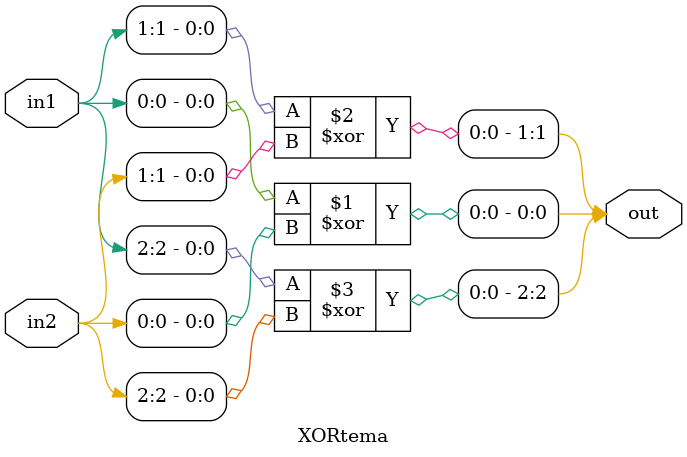
<source format=v>
module XORtema(input[2:0] in1, input[2:0] in2, output[2:0] out);
	assign out[0] = in1[0] ^ in2[0];
	assign out[1] = in1[1] ^ in2[1];
	assign out[2] = in1[2] ^ in2[2];
endmodule
</source>
